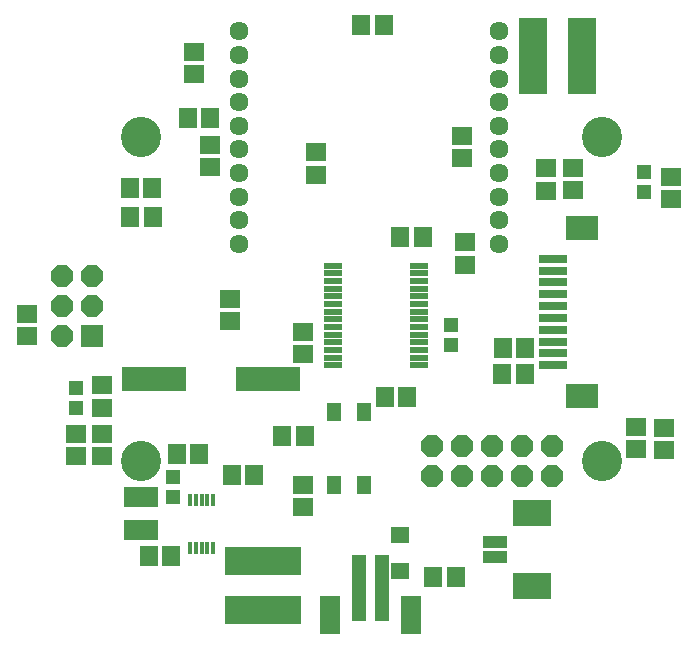
<source format=gts>
G75*
G70*
%OFA0B0*%
%FSLAX24Y24*%
%IPPOS*%
%LPD*%
%AMOC8*
5,1,8,0,0,1.08239X$1,22.5*
%
%ADD10C,0.1340*%
%ADD11R,0.0720X0.0720*%
%ADD12OC8,0.0720*%
%ADD13R,0.2560X0.0946*%
%ADD14R,0.0592X0.0671*%
%ADD15R,0.1143X0.0710*%
%ADD16R,0.0631X0.0552*%
%ADD17R,0.0474X0.0513*%
%ADD18R,0.0671X0.0592*%
%ADD19C,0.0635*%
%ADD20R,0.0946X0.0316*%
%ADD21R,0.1104X0.0789*%
%ADD22R,0.0513X0.0631*%
%ADD23R,0.0789X0.0395*%
%ADD24R,0.1261X0.0907*%
%ADD25R,0.0630X0.0217*%
%ADD26R,0.2180X0.0840*%
%ADD27R,0.0946X0.2560*%
%ADD28R,0.0710X0.1261*%
%ADD29R,0.0474X0.2245*%
%ADD30R,0.0157X0.0433*%
D10*
X004862Y006830D03*
X004862Y017657D03*
X020216Y017657D03*
X020216Y006830D03*
D11*
X003220Y010996D03*
D12*
X003220Y011996D03*
X003220Y012996D03*
X002220Y012996D03*
X002220Y011996D03*
X002220Y010996D03*
X014547Y007330D03*
X014547Y006330D03*
X015547Y006330D03*
X015547Y007330D03*
X016547Y007330D03*
X016547Y006330D03*
X017547Y006330D03*
X018547Y006330D03*
X018547Y007330D03*
X017547Y007330D03*
D13*
X008921Y003496D03*
X008921Y001881D03*
D14*
X005862Y003681D03*
X005114Y003681D03*
X007881Y006393D03*
X008629Y006393D03*
X009566Y007673D03*
X010314Y007673D03*
X012984Y008980D03*
X013732Y008980D03*
X016897Y009740D03*
X017645Y009740D03*
X017665Y010606D03*
X016917Y010606D03*
X014236Y014295D03*
X013488Y014295D03*
X007157Y018291D03*
X006409Y018291D03*
X005224Y015940D03*
X004476Y015940D03*
X004496Y014976D03*
X005244Y014976D03*
X012192Y021374D03*
X012940Y021374D03*
X006799Y007063D03*
X006051Y007063D03*
X014598Y002976D03*
X015346Y002976D03*
D15*
X004850Y004551D03*
X004850Y005653D03*
D16*
X013492Y004374D03*
X013492Y003192D03*
D17*
X005925Y005629D03*
X005925Y006299D03*
X002696Y008622D03*
X002696Y009291D03*
X015192Y010700D03*
X015192Y011370D03*
X021610Y015799D03*
X021610Y016468D03*
D18*
X022523Y016326D03*
X022523Y015578D03*
X019255Y015874D03*
X019255Y016622D03*
X018362Y016606D03*
X018362Y015858D03*
X015566Y016940D03*
X015566Y017689D03*
X015665Y014137D03*
X015665Y013389D03*
X010673Y016385D03*
X010673Y017133D03*
X007149Y017389D03*
X007149Y016641D03*
X006610Y019736D03*
X006610Y020484D03*
X007818Y012251D03*
X007818Y011503D03*
X010259Y011149D03*
X010259Y010401D03*
X010251Y006055D03*
X010251Y005307D03*
X003563Y007007D03*
X003563Y007755D03*
X003563Y008622D03*
X003563Y009370D03*
X002696Y007755D03*
X002696Y007007D03*
X001039Y010996D03*
X001039Y011744D03*
X021342Y007976D03*
X021342Y007228D03*
X022287Y007196D03*
X022287Y007944D03*
D19*
X016791Y014082D03*
X016791Y014870D03*
X016791Y015657D03*
X016791Y016444D03*
X016791Y017232D03*
X016791Y018019D03*
X016791Y018807D03*
X016791Y019594D03*
X016791Y020381D03*
X016791Y021169D03*
X008129Y021169D03*
X008129Y020381D03*
X008129Y019594D03*
X008129Y018807D03*
X008129Y018019D03*
X008129Y017232D03*
X008129Y016444D03*
X008129Y015657D03*
X008129Y014870D03*
X008129Y014082D03*
D20*
X018598Y013582D03*
X018598Y013189D03*
X018598Y012795D03*
X018598Y012401D03*
X018598Y012007D03*
X018598Y011614D03*
X018598Y011220D03*
X018598Y010826D03*
X018598Y010433D03*
X018598Y010039D03*
D21*
X019543Y009015D03*
X019543Y014606D03*
D22*
X012283Y008492D03*
X011283Y008492D03*
X011283Y006051D03*
X012283Y006051D03*
D23*
X016665Y004143D03*
X016665Y003651D03*
D24*
X017895Y002667D03*
X017895Y005127D03*
D25*
X014128Y010033D03*
X014128Y010289D03*
X014128Y010545D03*
X014128Y010801D03*
X014128Y011057D03*
X014128Y011313D03*
X014128Y011568D03*
X014128Y011824D03*
X014128Y012080D03*
X014128Y012336D03*
X014128Y012592D03*
X014128Y012848D03*
X014128Y013104D03*
X014128Y013360D03*
X011249Y013360D03*
X011249Y013104D03*
X011249Y012848D03*
X011249Y012592D03*
X011249Y012336D03*
X011249Y012080D03*
X011249Y011824D03*
X011249Y011568D03*
X011249Y011313D03*
X011249Y011057D03*
X011249Y010801D03*
X011249Y010545D03*
X011249Y010289D03*
X011249Y010033D03*
D26*
X009081Y009594D03*
X005281Y009594D03*
D27*
X017921Y020330D03*
X019535Y020330D03*
D28*
X013838Y001724D03*
X011161Y001724D03*
D29*
X012106Y002618D03*
X012893Y002618D03*
D30*
X007263Y003937D03*
X007066Y003937D03*
X006870Y003937D03*
X006673Y003937D03*
X006476Y003937D03*
X006476Y005551D03*
X006673Y005551D03*
X006870Y005551D03*
X007066Y005551D03*
X007263Y005551D03*
M02*

</source>
